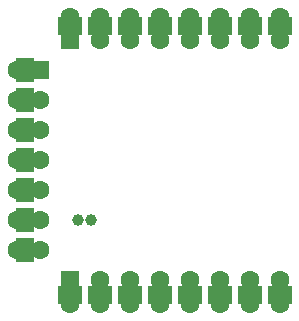
<source format=gbs>
G04*
G04 #@! TF.GenerationSoftware,Altium Limited,Altium Designer,18.1.6 (161)*
G04*
G04 Layer_Color=16711935*
%FSLAX44Y44*%
%MOMM*%
G71*
G01*
G75*
%ADD35R,2.0000X1.6000*%
%ADD36R,1.6000X2.0000*%
%ADD52C,1.6000*%
%ADD53R,1.6000X1.6000*%
%ADD54R,1.6000X1.6000*%
%ADD55C,1.0000*%
D35*
X45800Y235900D02*
D03*
X71200D02*
D03*
X96600D02*
D03*
X122000D02*
D03*
X147400D02*
D03*
X172800D02*
D03*
X198200D02*
D03*
X223600D02*
D03*
Y7700D02*
D03*
X198200D02*
D03*
X172800D02*
D03*
X147400D02*
D03*
X122000D02*
D03*
X96600D02*
D03*
X71200D02*
D03*
X45800D02*
D03*
D36*
X7900Y198000D02*
D03*
Y172600D02*
D03*
Y147200D02*
D03*
Y121800D02*
D03*
Y96400D02*
D03*
Y71000D02*
D03*
Y45600D02*
D03*
D52*
X45800Y243400D02*
D03*
X223600D02*
D03*
Y223400D02*
D03*
X198200Y243400D02*
D03*
Y223400D02*
D03*
X172800Y243400D02*
D03*
Y223400D02*
D03*
X147400Y243400D02*
D03*
Y223400D02*
D03*
X122000Y243400D02*
D03*
Y223400D02*
D03*
X96600Y243400D02*
D03*
Y223400D02*
D03*
X71200Y243400D02*
D03*
Y223400D02*
D03*
X400Y198000D02*
D03*
Y45600D02*
D03*
X20400D02*
D03*
X400Y71000D02*
D03*
X20400D02*
D03*
X400Y96400D02*
D03*
X20400D02*
D03*
X400Y121800D02*
D03*
X20400D02*
D03*
X400Y147200D02*
D03*
X20400D02*
D03*
X400Y172600D02*
D03*
X20400D02*
D03*
X71200Y20200D02*
D03*
Y200D02*
D03*
X96600Y20200D02*
D03*
Y200D02*
D03*
X122000Y20200D02*
D03*
Y200D02*
D03*
X147400Y20200D02*
D03*
Y200D02*
D03*
X172800Y20200D02*
D03*
Y200D02*
D03*
X198200Y20200D02*
D03*
Y200D02*
D03*
X223600Y20200D02*
D03*
Y200D02*
D03*
X45800D02*
D03*
D53*
Y223400D02*
D03*
Y20200D02*
D03*
D54*
X20400Y198000D02*
D03*
D55*
X63250Y71000D02*
D03*
X52250D02*
D03*
M02*

</source>
